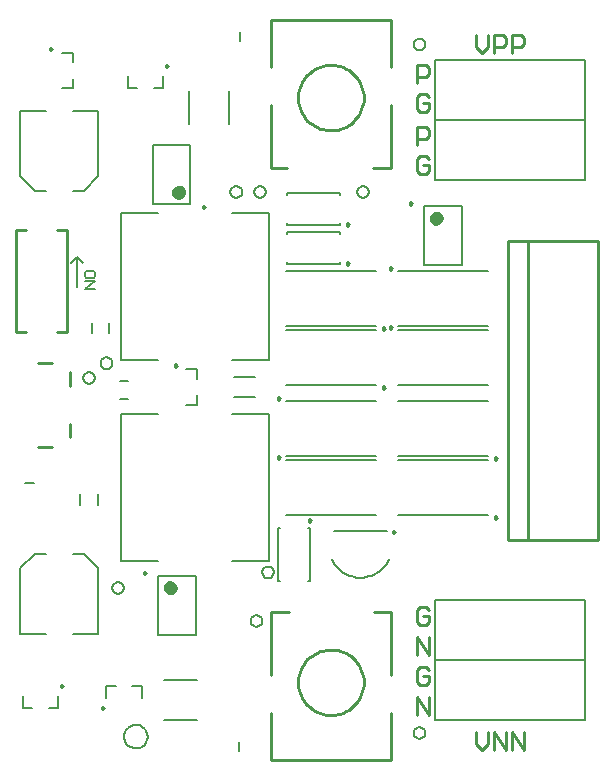
<source format=gto>
G04*
G04 #@! TF.GenerationSoftware,Altium Limited,Altium Designer,21.9.2 (33)*
G04*
G04 Layer_Color=65535*
%FSLAX25Y25*%
%MOIN*%
G70*
G04*
G04 #@! TF.SameCoordinates,35660DA9-C4E3-4063-8D90-980638CF2194*
G04*
G04*
G04 #@! TF.FilePolarity,Positive*
G04*
G01*
G75*
%ADD10C,0.00787*%
%ADD11C,0.00984*%
%ADD12C,0.02362*%
%ADD13C,0.01000*%
%ADD14C,0.00500*%
%ADD15C,0.00600*%
D10*
X142069Y88220D02*
X142522Y87333D01*
X143058Y86494D01*
X143671Y85709D01*
X144357Y84987D01*
X145108Y84333D01*
X145918Y83753D01*
X146780Y83254D01*
X147685Y82839D01*
X148626Y82512D01*
X149594Y82276D01*
X150580Y82134D01*
X151575Y82087D01*
X152570Y82134D01*
X153556Y82276D01*
X154523Y82512D01*
X155464Y82839D01*
X156370Y83254D01*
X157231Y83753D01*
X158042Y84333D01*
X158793Y84986D01*
X159478Y85709D01*
X160092Y86494D01*
X160627Y87333D01*
X161081Y88220D01*
X142628Y97736D02*
X160522D01*
X71457Y147539D02*
X74213D01*
X71457Y141831D02*
X74213D01*
X226496Y54764D02*
Y74764D01*
X176496D02*
X226496D01*
X176496Y54764D02*
Y74764D01*
Y54764D02*
X226496D01*
X176496Y214764D02*
Y234764D01*
Y214764D02*
X226496D01*
Y234764D01*
X176496D02*
X226496D01*
X86024Y34646D02*
X97047D01*
X86024Y48031D02*
X97047D01*
X107874Y233465D02*
Y244488D01*
X94488Y233465D02*
Y244488D01*
X71850Y154528D02*
Y203740D01*
X121063Y154528D02*
Y203740D01*
X71850Y154528D02*
X84252D01*
X71850Y203740D02*
X84252D01*
X108661Y154528D02*
X121063D01*
X108661Y203740D02*
X121063D01*
X82284Y226378D02*
X94882D01*
X82284Y206693D02*
X94882D01*
X82284D02*
Y226378D01*
X94882Y206693D02*
Y226378D01*
X55610Y90158D02*
X59301D01*
X64173Y85285D01*
X38189D02*
X43061Y90158D01*
X46752D01*
X64173Y63386D02*
Y85285D01*
X55610Y63386D02*
X64173D01*
X38189D02*
X46752D01*
X38189D02*
Y85285D01*
X50787Y38583D02*
Y42520D01*
X47736Y38583D02*
X50787D01*
X38976D02*
Y42520D01*
Y38583D02*
X42028D01*
X164173Y103150D02*
X194095D01*
X164173Y121260D02*
X194095D01*
X75590Y46063D02*
X78740D01*
Y42126D02*
Y46063D01*
X66929D02*
X70079D01*
X66929Y42126D02*
Y46063D01*
X109449Y142461D02*
X116535D01*
X109449Y148878D02*
X116535D01*
X71850Y87598D02*
X84252D01*
X71850Y136811D02*
X84252D01*
X108661Y87598D02*
X121063D01*
X108661Y136811D02*
X121063D01*
X71850Y87598D02*
Y136811D01*
X121063Y87598D02*
Y136811D01*
X58071Y106496D02*
Y110039D01*
X63976Y106496D02*
Y110039D01*
X67913Y163583D02*
Y167126D01*
X62008Y163583D02*
Y167126D01*
X55905Y245276D02*
Y248327D01*
X51968Y245276D02*
X55905D01*
Y254035D02*
Y257087D01*
X51968D02*
X55905D01*
X85827Y245276D02*
Y249213D01*
X82677Y245276D02*
X85827D01*
X74016D02*
Y249213D01*
Y245276D02*
X77165D01*
X93307Y151575D02*
X97244D01*
Y148425D02*
Y151575D01*
X93307Y139764D02*
X97244D01*
Y142913D01*
X226496Y34764D02*
Y54764D01*
X176496D02*
X226496D01*
X176496Y34764D02*
Y54764D01*
Y34764D02*
X226496D01*
X176496Y234764D02*
Y254764D01*
Y234764D02*
X226496D01*
Y254764D01*
X176496D02*
X226496D01*
X84252Y62992D02*
X96850D01*
X84252Y82677D02*
X96850D01*
Y62992D02*
Y82677D01*
X84252Y62992D02*
Y82677D01*
X172835Y186221D02*
Y205906D01*
X185433Y186221D02*
Y205906D01*
X172835D02*
X185433D01*
X172835Y186221D02*
X185433D01*
X126969Y196752D02*
Y197441D01*
X144685Y196752D02*
Y197441D01*
X126969Y186811D02*
Y187500D01*
X144685Y186811D02*
Y187500D01*
X126969Y197441D02*
X144685D01*
X126969Y186811D02*
X144685D01*
X126969Y199803D02*
X144685D01*
X126969Y210433D02*
X144685D01*
Y199803D02*
Y200492D01*
X126969Y199803D02*
Y200492D01*
X144685Y209744D02*
Y210433D01*
X126969Y209744D02*
Y210433D01*
X124213Y80905D02*
X124902D01*
X124213Y98622D02*
X124902D01*
X134153Y80905D02*
X134843D01*
X134153Y98622D02*
X134843D01*
X124213Y80905D02*
Y98622D01*
X134843Y80905D02*
Y98622D01*
X126772Y164567D02*
X156693D01*
X126772Y146457D02*
X156693D01*
X126772Y166142D02*
X156693D01*
X126772Y184252D02*
X156693D01*
X164173Y166142D02*
X194095D01*
X164173Y184252D02*
X194095D01*
X164173Y164567D02*
X194095D01*
X164173Y146457D02*
X194095D01*
X164173Y122835D02*
X194095D01*
X164173Y140945D02*
X194095D01*
X126772Y122835D02*
X156693D01*
X126772Y140945D02*
X156693D01*
X126772Y121260D02*
X156693D01*
X126772Y103150D02*
X156693D01*
X43061Y211024D02*
X46752D01*
X38189Y215896D02*
X43061Y211024D01*
X59301D02*
X64173Y215896D01*
X55610Y211024D02*
X59301D01*
X38189Y215896D02*
Y237795D01*
X46752D01*
X55610D02*
X64173D01*
Y215896D02*
Y237795D01*
X57087Y188976D02*
X59055Y187008D01*
X55118D02*
X57087Y188976D01*
Y179134D02*
Y188976D01*
D11*
X163189Y97342D02*
X162451Y97769D01*
Y96916D01*
X163189Y97342D01*
X99902Y205689D02*
X99163Y206115D01*
Y205263D01*
X99902Y205689D01*
X52559Y46063D02*
X51821Y46489D01*
Y45637D01*
X52559Y46063D01*
X197146Y102165D02*
X196407Y102592D01*
Y101739D01*
X197146Y102165D01*
X66240Y38681D02*
X65502Y39107D01*
Y38255D01*
X66240Y38681D01*
X48917Y258366D02*
X48179Y258792D01*
Y257940D01*
X48917Y258366D01*
X87500Y252658D02*
X86762Y253084D01*
Y252231D01*
X87500Y252658D01*
X90354Y152756D02*
X89616Y153182D01*
Y152330D01*
X90354Y152756D01*
X80216Y83681D02*
X79478Y84107D01*
Y83255D01*
X80216Y83681D01*
X168799Y206909D02*
X168061Y207336D01*
Y206483D01*
X168799Y206909D01*
X147736Y186909D02*
X146998Y187336D01*
Y186483D01*
X147736Y186909D01*
Y199902D02*
X146998Y200328D01*
Y199475D01*
X147736Y199902D01*
X135236Y101181D02*
X134498Y101607D01*
Y100755D01*
X135236Y101181D01*
X159744Y145472D02*
X159006Y145899D01*
Y145046D01*
X159744Y145472D01*
Y165157D02*
X159006Y165584D01*
Y164731D01*
X159744Y165157D01*
X162106Y185236D02*
X161368Y185662D01*
Y184810D01*
X162106Y185236D01*
Y165551D02*
X161368Y165977D01*
Y165125D01*
X162106Y165551D01*
X197146Y121850D02*
X196407Y122277D01*
Y121424D01*
X197146Y121850D01*
X124705Y141929D02*
X123967Y142355D01*
Y141503D01*
X124705Y141929D01*
Y122244D02*
X123967Y122670D01*
Y121818D01*
X124705Y122244D01*
D12*
X92126Y210630D02*
X91681Y211553D01*
X90682Y211781D01*
X89881Y211142D01*
Y210118D01*
X90682Y209478D01*
X91681Y209706D01*
X92126Y210630D01*
X89370Y78740D02*
X88925Y79664D01*
X87926Y79892D01*
X87125Y79253D01*
Y78228D01*
X87926Y77589D01*
X88925Y77817D01*
X89370Y78740D01*
X177953Y201969D02*
X177508Y202892D01*
X176509Y203120D01*
X175707Y202481D01*
Y201456D01*
X176509Y200817D01*
X177508Y201045D01*
X177953Y201969D01*
D13*
X152652Y47244D02*
X152607Y48237D01*
X152471Y49221D01*
X152247Y50190D01*
X151935Y51134D01*
X151539Y52046D01*
X151062Y52917D01*
X150507Y53742D01*
X149880Y54514D01*
X149185Y55224D01*
X148429Y55869D01*
X147617Y56442D01*
X146756Y56939D01*
X145853Y57356D01*
X144917Y57689D01*
X143954Y57935D01*
X142972Y58093D01*
X141980Y58161D01*
X140987Y58138D01*
X139999Y58025D01*
X139026Y57823D01*
X138075Y57533D01*
X137154Y57158D01*
X136272Y56701D01*
X135434Y56165D01*
X134649Y55555D01*
X133923Y54877D01*
X133261Y54135D01*
X132669Y53336D01*
X132153Y52487D01*
X131716Y51594D01*
X131362Y50665D01*
X131094Y49708D01*
X130913Y48731D01*
X130823Y47741D01*
Y46747D01*
X130913Y45757D01*
X131094Y44779D01*
X131362Y43822D01*
X131716Y42893D01*
X132153Y42000D01*
X132669Y41151D01*
X133261Y40352D01*
X133923Y39610D01*
X134649Y38932D01*
X135434Y38322D01*
X136272Y37787D01*
X137154Y37329D01*
X138075Y36954D01*
X139026Y36664D01*
X139999Y36462D01*
X140987Y36349D01*
X141980Y36326D01*
X142972Y36394D01*
X143954Y36552D01*
X144917Y36798D01*
X145853Y37131D01*
X146756Y37548D01*
X147617Y38045D01*
X148429Y38618D01*
X149185Y39263D01*
X149880Y39974D01*
X150507Y40745D01*
X151062Y41570D01*
X151539Y42442D01*
X151935Y43353D01*
X152247Y44297D01*
X152471Y45266D01*
X152607Y46251D01*
X152652Y47244D01*
X152653Y242126D02*
X152608Y243120D01*
X152472Y244104D01*
X152248Y245073D01*
X151936Y246017D01*
X151540Y246928D01*
X151063Y247800D01*
X150508Y248625D01*
X149881Y249396D01*
X149186Y250107D01*
X148430Y250752D01*
X147617Y251325D01*
X146757Y251822D01*
X145854Y252239D01*
X144918Y252572D01*
X143955Y252818D01*
X142973Y252976D01*
X141981Y253044D01*
X140988Y253021D01*
X140000Y252908D01*
X139027Y252706D01*
X138076Y252416D01*
X137155Y252041D01*
X136273Y251583D01*
X135435Y251048D01*
X134650Y250438D01*
X133924Y249760D01*
X133262Y249018D01*
X132670Y248219D01*
X132154Y247370D01*
X131717Y246477D01*
X131363Y245548D01*
X131095Y244591D01*
X130914Y243613D01*
X130824Y242623D01*
Y241629D01*
X130914Y240639D01*
X131095Y239662D01*
X131363Y238705D01*
X131717Y237776D01*
X132154Y236883D01*
X132670Y236034D01*
X133262Y235235D01*
X133924Y234493D01*
X134650Y233815D01*
X135435Y233205D01*
X136273Y232669D01*
X137155Y232212D01*
X138076Y231837D01*
X139027Y231547D01*
X140000Y231345D01*
X140988Y231232D01*
X141981Y231209D01*
X142973Y231277D01*
X143955Y231435D01*
X144918Y231681D01*
X145854Y232014D01*
X146757Y232431D01*
X147617Y232928D01*
X148430Y233501D01*
X149186Y234146D01*
X149881Y234857D01*
X150508Y235628D01*
X151063Y236453D01*
X151540Y237325D01*
X151936Y238236D01*
X152248Y239180D01*
X152472Y240149D01*
X152608Y241133D01*
X152653Y242126D01*
X36811Y198031D02*
X36811Y164173D01*
X50394Y198031D02*
X53740D01*
X36811D02*
X40157D01*
X53740Y164173D02*
Y198031D01*
X50394Y164173D02*
X53740D01*
X36811D02*
X40157D01*
X54765Y128932D02*
Y133496D01*
Y146032D02*
Y150595D01*
X44020Y153839D02*
X48696D01*
X44020Y125689D02*
X48696D01*
X161776Y21367D02*
Y36867D01*
X121776Y21367D02*
X161776D01*
X121776D02*
Y36867D01*
X121732Y70744D02*
X127732D01*
X121732Y49744D02*
Y70744D01*
X161732Y49744D02*
Y70744D01*
X156232D02*
X161732D01*
X121688Y252503D02*
Y268003D01*
X161688D01*
Y252503D02*
Y268003D01*
X155732Y218626D02*
X161732D01*
Y239626D01*
X121732Y218626D02*
Y239626D01*
Y218626D02*
X127232D01*
X200787Y94685D02*
X230709D01*
X200787Y194370D02*
X230709D01*
X200787Y94685D02*
Y194370D01*
X207480Y94685D02*
Y194291D01*
X230709Y94685D02*
Y194370D01*
X174290Y71333D02*
X173290Y72333D01*
X171291D01*
X170291Y71333D01*
Y67334D01*
X171291Y66335D01*
X173290D01*
X174290Y67334D01*
Y69334D01*
X172291D01*
X170291Y56492D02*
Y62490D01*
X174290Y56492D01*
Y62490D01*
Y221628D02*
X173290Y222628D01*
X171291D01*
X170291Y221628D01*
Y217630D01*
X171291Y216630D01*
X173290D01*
X174290Y217630D01*
Y219629D01*
X172291D01*
X170291Y226472D02*
Y232470D01*
X173290D01*
X174290Y231471D01*
Y229471D01*
X173290Y228472D01*
X170291D01*
Y247063D02*
Y253061D01*
X173290D01*
X174290Y252061D01*
Y250062D01*
X173290Y249062D01*
X170291D01*
Y36433D02*
Y42431D01*
X174290Y36433D01*
Y42431D01*
Y242219D02*
X173290Y243218D01*
X171291D01*
X170291Y242219D01*
Y238220D01*
X171291Y237221D01*
X173290D01*
X174290Y238220D01*
Y240219D01*
X172291D01*
X174290Y51274D02*
X173290Y52274D01*
X171291D01*
X170291Y51274D01*
Y47275D01*
X171291Y46276D01*
X173290D01*
X174290Y47275D01*
Y49275D01*
X172291D01*
X189976Y30620D02*
Y26621D01*
X191976Y24622D01*
X193975Y26621D01*
Y30620D01*
X195974Y24622D02*
Y30620D01*
X199973Y24622D01*
Y30620D01*
X201973Y24622D02*
Y30620D01*
X205971Y24622D01*
Y30620D01*
X189976Y262904D02*
Y258905D01*
X191976Y256906D01*
X193975Y258905D01*
Y262904D01*
X195974Y256906D02*
Y262904D01*
X198974D01*
X199973Y261904D01*
Y259905D01*
X198974Y258905D01*
X195974D01*
X201973Y256906D02*
Y262904D01*
X204972D01*
X205971Y261904D01*
Y259905D01*
X204972Y258905D01*
X201973D01*
D14*
X118898Y67716D02*
X118634Y68701D01*
X117913Y69421D01*
X116929Y69685D01*
X115945Y69421D01*
X115224Y68701D01*
X114961Y67716D01*
X115224Y66732D01*
X115945Y66012D01*
X116929Y65748D01*
X117913Y66012D01*
X118634Y66732D01*
X118898Y67716D01*
X122835Y83858D02*
X122571Y84842D01*
X121850Y85563D01*
X120866Y85827D01*
X119882Y85563D01*
X119161Y84842D01*
X118898Y83858D01*
X119161Y82874D01*
X119882Y82153D01*
X120866Y81890D01*
X121850Y82153D01*
X122571Y82874D01*
X122835Y83858D01*
X173228Y259842D02*
X172965Y260827D01*
X172244Y261547D01*
X171260Y261811D01*
X170276Y261547D01*
X169555Y260827D01*
X169291Y259842D01*
X169555Y258858D01*
X170276Y258138D01*
X171260Y257874D01*
X172244Y258138D01*
X172965Y258858D01*
X173228Y259842D01*
X80709Y29134D02*
X80585Y30113D01*
X80222Y31030D01*
X79642Y31829D01*
X78881Y32458D01*
X77988Y32878D01*
X77019Y33063D01*
X76034Y33001D01*
X75095Y32696D01*
X74262Y32167D01*
X73586Y31448D01*
X73111Y30583D01*
X72866Y29627D01*
Y28640D01*
X73111Y27685D01*
X73586Y26820D01*
X74262Y26100D01*
X75095Y25572D01*
X76034Y25267D01*
X77019Y25205D01*
X77988Y25390D01*
X78881Y25810D01*
X79642Y26439D01*
X80222Y27237D01*
X80585Y28155D01*
X80709Y29134D01*
X72835Y78740D02*
X72571Y79724D01*
X71850Y80445D01*
X70866Y80709D01*
X69882Y80445D01*
X69161Y79724D01*
X68898Y78740D01*
X69161Y77756D01*
X69882Y77035D01*
X70866Y76772D01*
X71850Y77035D01*
X72571Y77756D01*
X72835Y78740D01*
X68898Y153543D02*
X68634Y154528D01*
X67913Y155248D01*
X66929Y155512D01*
X65945Y155248D01*
X65224Y154528D01*
X64961Y153543D01*
X65224Y152559D01*
X65945Y151839D01*
X66929Y151575D01*
X67913Y151839D01*
X68634Y152559D01*
X68898Y153543D01*
X62992Y148622D02*
X62728Y149606D01*
X62008Y150327D01*
X61024Y150591D01*
X60039Y150327D01*
X59319Y149606D01*
X59055Y148622D01*
X59319Y147638D01*
X60039Y146917D01*
X61024Y146653D01*
X62008Y146917D01*
X62728Y147638D01*
X62992Y148622D01*
X120079Y210630D02*
X119815Y211614D01*
X119095Y212335D01*
X118110Y212598D01*
X117126Y212335D01*
X116405Y211614D01*
X116142Y210630D01*
X116405Y209646D01*
X117126Y208925D01*
X118110Y208661D01*
X119095Y208925D01*
X119815Y209646D01*
X120079Y210630D01*
X154528D02*
X154264Y211614D01*
X153543Y212335D01*
X152559Y212598D01*
X151575Y212335D01*
X150854Y211614D01*
X150591Y210630D01*
X150854Y209646D01*
X151575Y208925D01*
X152559Y208661D01*
X153543Y208925D01*
X154264Y209646D01*
X154528Y210630D01*
X112205D02*
X111941Y211614D01*
X111221Y212335D01*
X110236Y212598D01*
X109252Y212335D01*
X108531Y211614D01*
X108268Y210630D01*
X108531Y209646D01*
X109252Y208925D01*
X110236Y208661D01*
X111221Y208925D01*
X111941Y209646D01*
X112205Y210630D01*
X173228Y30432D02*
X172965Y31417D01*
X172244Y32137D01*
X171260Y32401D01*
X170276Y32137D01*
X169555Y31417D01*
X169291Y30432D01*
X169555Y29448D01*
X170276Y28727D01*
X171260Y28464D01*
X172244Y28727D01*
X172965Y29448D01*
X173228Y30432D01*
D15*
X39764Y113779D02*
X42913D01*
X111417Y261024D02*
Y264173D01*
X111024Y24213D02*
Y27362D01*
X63254Y182640D02*
Y183840D01*
X62654Y184439D01*
X60255D01*
X59655Y183840D01*
Y182640D01*
X60255Y182040D01*
X62654D01*
X63254Y182640D01*
X59655Y180841D02*
X63254D01*
X59655Y178441D01*
X63254D01*
M02*

</source>
